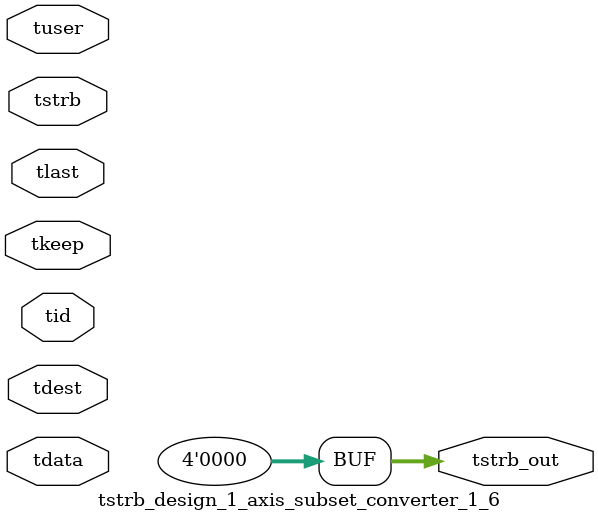
<source format=v>


`timescale 1ps/1ps

module tstrb_design_1_axis_subset_converter_1_6 #
(
parameter C_S_AXIS_TDATA_WIDTH = 32,
parameter C_S_AXIS_TUSER_WIDTH = 0,
parameter C_S_AXIS_TID_WIDTH   = 0,
parameter C_S_AXIS_TDEST_WIDTH = 0,
parameter C_M_AXIS_TDATA_WIDTH = 32
)
(
input  [(C_S_AXIS_TDATA_WIDTH == 0 ? 1 : C_S_AXIS_TDATA_WIDTH)-1:0     ] tdata,
input  [(C_S_AXIS_TUSER_WIDTH == 0 ? 1 : C_S_AXIS_TUSER_WIDTH)-1:0     ] tuser,
input  [(C_S_AXIS_TID_WIDTH   == 0 ? 1 : C_S_AXIS_TID_WIDTH)-1:0       ] tid,
input  [(C_S_AXIS_TDEST_WIDTH == 0 ? 1 : C_S_AXIS_TDEST_WIDTH)-1:0     ] tdest,
input  [(C_S_AXIS_TDATA_WIDTH/8)-1:0 ] tkeep,
input  [(C_S_AXIS_TDATA_WIDTH/8)-1:0 ] tstrb,
input                                                                    tlast,
output [(C_M_AXIS_TDATA_WIDTH/8)-1:0 ] tstrb_out
);

assign tstrb_out = {1'b0};

endmodule


</source>
